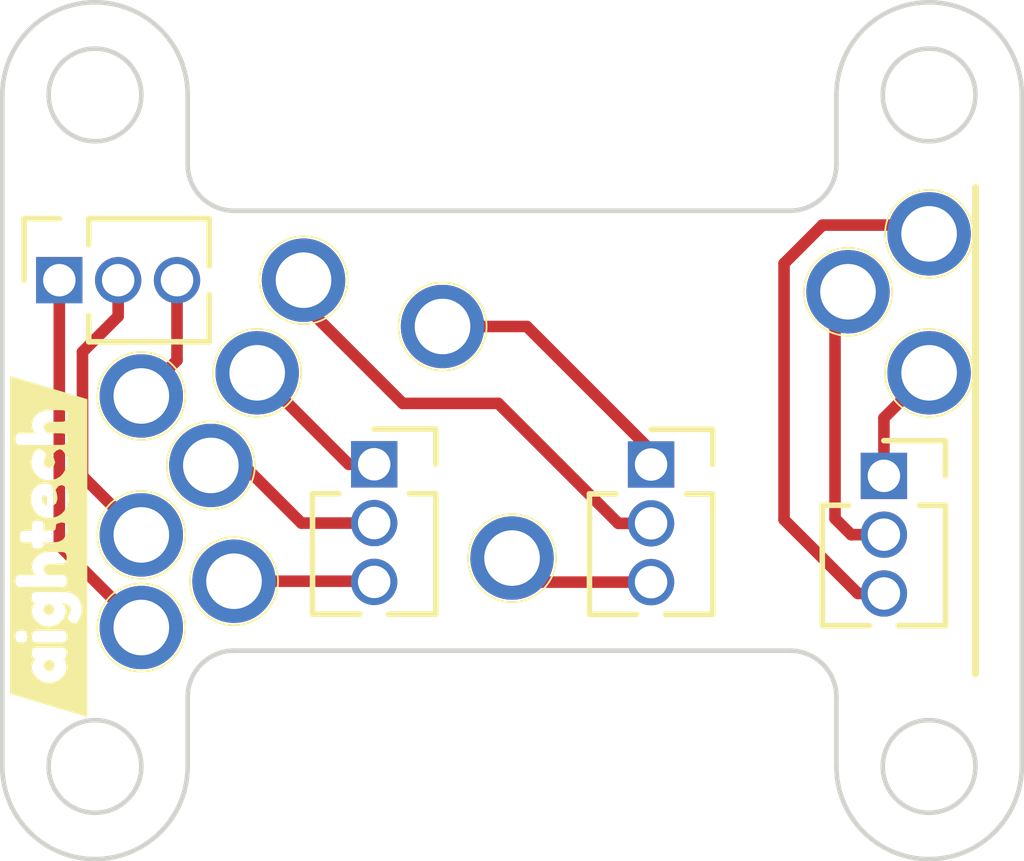
<source format=kicad_pcb>
(kicad_pcb (version 20211014) (generator pcbnew)
  (layers (0 "F.Cu" signal "Front") (1 "In1.Cu" signal) (2 "In2.Cu" signal) (31 "B.Cu" signal "Back") (34 "B.Paste" user) (35 "F.Paste" user) (36 "B.SilkS" user "B.Silkscreen") (37 "F.SilkS" user "F.Silkscreen") (38 "B.Mask" user) (39 "F.Mask" user) (44 "Edge.Cuts" user))
  (net 0 "")
  (net 1 "+3.3V")
  (net 2 "OUT3")
  (net 3 "OUT1")
  (net 4 "I2C_SCL")
  (net 5 "I2C_SDA")
  (net 6 "CS")
  (net 7 "AUX2")
  (net 8 "AUX1")
  (net 9 "+5VA")
  (net 10 "Net-(J1-Pad1)")
  (net 11 "Net-(J1-Pad2)")
  (net 12 "Net-(J1-Pad3)")
  (footprint "00_Custom:Pin_D1.2mm_pogo" (layer "F.Cu") (at 170 91.5)
    (fp_text reference "J43" hide)
    (fp_text value "Conn_01x01_Female" hide)
    (pad "1" thru_hole circle (at 0 0) (size 1.8 1.8) (drill 1.2) (layers *.Cu *.Mask) (net 9 "+5VA"))
  )
  (footprint "00_Custom:Pin_D1.2mm_pogo" (layer "F.Cu") (at 168.25 92.75)
    (fp_text reference "J42" hide)
    (fp_text value "Conn_01x01_Female" hide)
    (pad "1" thru_hole circle (at 0 0) (size 1.8 1.8) (drill 1.2) (layers *.Cu *.Mask) (net 8 "AUX1"))
  )
  (footprint "00_Custom:Pin_D1.2mm_pogo" (layer "F.Cu") (at 153 95)
    (fp_text reference "J13" hide)
    (fp_text value "Conn_01x01_Female" hide)
    (pad "1" thru_hole circle (at 0 0) (size 1.8 1.8) (drill 1.2) (layers *.Cu *.Mask) (net 12 "Net-(J1-Pad3)"))
  )
  (footprint "Connector_PinSocket_1.27mm:PinSocket_1x03_P1.27mm_Vertical" (layer "F.Cu") (at 151.23 92.5 90)
    (fp_text reference "J1" hide)
    (fp_text value "Conn_01x03_Male" hide)
    (fp_line (start 0.76 0.635) (end 1.33 0.635) (layer "F.SilkS") (width 0.12))
    (fp_line (start 0.30753 3.235) (end 1.33 3.235) (layer "F.SilkS") (width 0.12))
    (fp_line (start -1.33 0.635) (end -1.33 3.235) (layer "F.SilkS") (width 0.12))
    (fp_line (start 1.33 -0.76) (end 1.33 0) (layer "F.SilkS") (width 0.12))
    (fp_line (start -1.33 3.235) (end -0.30753 3.235) (layer "F.SilkS") (width 0.12))
    (fp_line (start 1.33 0.635) (end 1.33 3.235) (layer "F.SilkS") (width 0.12))
    (fp_line (start 0 -0.76) (end 1.33 -0.76) (layer "F.SilkS") (width 0.12))
    (fp_line (start -1.33 0.635) (end -0.76 0.635) (layer "F.SilkS") (width 0.12))
    (pad "1" thru_hole rect (at 0 0 90) (size 1 1) (drill 0.7) (layers *.Cu *.Mask) (net 10 "Net-(J1-Pad1)"))
    (pad "2" thru_hole oval (at 0 1.27 90) (size 1 1) (drill 0.7) (layers *.Cu *.Mask) (net 11 "Net-(J1-Pad2)"))
    (pad "3" thru_hole oval (at 0 2.54 90) (size 1 1) (drill 0.7) (layers *.Cu *.Mask) (net 12 "Net-(J1-Pad3)"))
  )
  (footprint "kibuzzard-63F61033" (layer "F.Cu") (at 151 98.25 90)
    (fp_text reference "kibuzzard-63F61033" hide)
    (fp_text value "G***" hide)
    (fp_poly (pts (xy -1.483042 0.003572) (xy -1.446609 0.087154) (xy -1.358027 0.124301) (xy -1.271587 0.086439) (xy -1.237297 0.003572) (xy -1.270159 -0.080724) (xy -1.358741 -0.120015) (xy -1.448752 -0.081439) (xy -1.483042 0.003572)) (layer "F.SilkS") (width 0) (fill solid))
    (fp_poly (pts (xy 1.060132 -0.03429) (xy 1.114425 -0.08001) (xy 1.089422 -0.132874) (xy 1.017984 -0.152876) (xy 0.92583 -0.115014) (xy 0.88011 -0.03429) (xy 1.060132 -0.03429)) (layer "F.SilkS") (width 0) (fill solid))
    (fp_poly (pts (xy -2.693194 0.014287) (xy -2.656046 0.099298) (xy -2.566035 0.13716) (xy -2.478167 0.098584) (xy -2.443162 0.013573) (xy -2.476738 -0.072866) (xy -2.566749 -0.112871) (xy -2.658189 -0.072866) (xy -2.693194 0.014287)) (layer "F.SilkS") (width 0) (fill solid))
    (fp_poly (pts (xy -2.943225 -0.833438) (xy -3.18135 -0.833438) (xy -3.681412 0.833438) (xy -3.18135 0.833438) (xy -2.943225 0.833438) (xy -2.296716 0.833438) (xy -2.296716 0.387191) (xy -2.401014 0.367903) (xy -2.431732 0.311467) (xy -2.502277 0.36826) (xy -2.608183 0.387191) (xy -2.68859 0.37465) (xy -2.765028 0.337026) (xy -2.837497 0.27432) (xy -2.896235 0.195024) (xy -2.931477 0.107632) (xy -2.943225 0.012144) (xy -2.931398 -0.083264) (xy -2.895917 -0.170418) (xy -2.836783 -0.249317) (xy -2.76352 -0.311626) (xy -2.685653 -0.349012) (xy -2.603182 -0.361474) (xy -2.5146 -0.344329) (xy -2.458879 -0.312182) (xy -2.433161 -0.282893) (xy -2.400657 -0.3429) (xy -2.32029 -0.362903) (xy -2.237422 -0.35433) (xy -2.199561 -0.324326) (xy -2.186702 -0.286464) (xy -2.184559 -0.237173) (xy -2.184559 0.26289) (xy -2.186702 0.312182) (xy -2.198846 0.350044) (xy -2.233315 0.377904) (xy -2.296716 0.387191) (xy -2.296716 0.833438) (xy -1.945957 0.833438) (xy -1.945957 0.390049) (xy -2.018467 0.380405) (xy -2.055971 0.351473) (xy -2.068116 0.314325) (xy -2.070259 0.264319) (xy -2.070259 -0.237173) (xy -2.068116 -0.286464) (xy -2.055971 -0.324326) (xy -2.018109 -0.352187) (xy -1.945243 -0.361384) (xy -1.945243 -0.464344) (xy -2.017395 -0.472916) (xy -2.055257 -0.50292) (xy -2.068116 -0.540782) (xy -2.070259 -0.590074) (xy -2.068116 -0.639366) (xy -2.055971 -0.675799) (xy -2.018109 -0.704731) (xy -1.944529 -0.714375) (xy -1.872377 -0.704731) (xy -1.835944 -0.675799) (xy -1.822371 -0.637937) (xy -1.820227 -0.588645) (xy -1.822371 -0.539353) (xy -1.835229 -0.502206) (xy -1.873091 -0.472916) (xy -1.945243 -0.464344) (xy -1.945243 -0.361384) (xy -1.944529 -0.361474) (xy -1.847374 -0.337185) (xy -1.821656 -0.275749) (xy -1.820227 -0.234315) (xy -1.820227 0.265747) (xy -1.822371 0.315039) (xy -1.835944 0.352901) (xy -1.872734 0.380762) (xy -1.945957 0.390049) (xy -1.945957 0.833438) (xy -1.355884 0.833438) (xy -1.355884 0.714375) (xy -1.461968 0.701159) (xy -1.563052 0.661511) (xy -1.63699 0.611148) (xy -1.661636 0.565785) (xy -1.618774 0.467201) (xy -1.576626 0.425768) (xy -1.541621 0.414338) (xy -1.500187 0.431483) (xy -1.42875 0.47113) (xy -1.351597 0.484346) (xy -1.263015 0.441484) (xy -1.228725 0.338614) (xy -1.228725 0.295751) (xy -1.299091 0.349329) (xy -1.401604 0.367189) (xy -1.478994 0.355044) (xy -1.553051 0.318611) (xy -1.623774 0.257889) (xy -1.681321 0.180975) (xy -1.715849 0.095964) (xy -1.727359 0.002857) (xy -1.71577 -0.090329) (xy -1.681004 -0.175578) (xy -1.62306 -0.252889) (xy -1.551305 -0.314008) (xy -1.475105 -0.350679) (xy -1.39446 -0.362903) (xy -1.305877 -0.345043) (xy -1.250871 -0.312182) (xy -1.227296 -0.284321) (xy -1.198007 -0.345043) (xy -1.117282 -0.36576) (xy -1.035844 -0.357188) (xy -0.999411 -0.327898) (xy -0.986552 -0.291465) (xy -0.984409 -0.242888) (xy -0.984409 0.348615) (xy -0.997109 0.451088) (xy -1.035209 0.539433) (xy -1.098709 0.613648) (xy -1.178084 0.669608) (xy -1.263809 0.703183) (xy -1.355884 0.714375) (xy -1.355884 0.833438) (xy -0.245745 0.833438) (xy -0.245745 0.390049) (xy -0.316468 0.380762) (xy -0.35433 0.352901) (xy -0.367903 0.314325) (xy -0.370046 0.26289) (xy -0.370046 0.012859) (xy -0.402907 -0.078581) (xy -0.486489 -0.111443) (xy -0.575786 -0.080724) (xy -0.620077 -0.01143) (xy -0.620077 0.265747) (xy -0.622221 0.315039) (xy -0.635794 0.352901) (xy -0.672584 0.380762) (xy -0.745807 0.390049) (xy -0.818317 0.380405) (xy -0.855821 0.351473) (xy -0.867966 0.314325) (xy -0.870109 0.264319) (xy -0.870109 -0.590074) (xy -0.867966 -0.639366) (xy -0.855821 -0.675799) (xy -0.817959 -0.704731) (xy -0.744379 -0.714375) (xy -0.672227 -0.704731) (xy -0.635794 -0.675799) (xy -0.622221 -0.637937) (xy -0.620077 -0.588645) (xy -0.620077 -0.272891) (xy -0.542568 -0.338257) (xy -0.452914 -0.360045) (xy -0.362982 -0.34798) (xy -0.283686 -0.311785) (xy -0.215027 -0.25146) (xy -0.162242 -0.173673) (xy -0.130572 -0.08509) (xy -0.120015 0.014287) (xy -0.120015 0.265747) (xy -0.122158 0.315039) (xy -0.135731 0.352901) (xy -0.172522 0.380762) (xy -0.245745 0.390049) (xy -0.245745 0.833438) (xy 0.392906 0.833438) (xy 0.392906 0.390049) (xy 0.301784 0.382587) (xy 0.226536 0.360204) (xy 0.167164 0.322897) (xy 0.124301 0.267811) (xy 0.098584 0.192088) (xy 0.090011 0.095726) (xy 0.090011 -0.115729) (xy 0.031433 -0.111443) (xy -0.020717 -0.135731) (xy -0.041434 -0.218599) (xy -0.03429 -0.303609) (xy -0.014287 -0.341471) (xy 0.042863 -0.360045) (xy 0.090011 -0.35433) (xy 0.090011 -0.501491) (xy 0.092154 -0.550069) (xy 0.105728 -0.584359) (xy 0.142518 -0.611148) (xy 0.215741 -0.620078) (xy 0.293251 -0.606862) (xy 0.33147 -0.567214) (xy 0.338614 -0.494348) (xy 0.338614 -0.35433) (xy 0.433626 -0.360045) (xy 0.482203 -0.357902) (xy 0.520065 -0.344329) (xy 0.547926 -0.307538) (xy 0.557213 -0.234315) (xy 0.547568 -0.161806) (xy 0.518636 -0.124301) (xy 0.480774 -0.112157) (xy 0.431483 -0.110014) (xy 0.338614 -0.115729) (xy 0.338614 0.081439) (xy 0.350758 0.13716) (xy 0.396478 0.154305) (xy 0.447913 0.156448) (xy 0.485775 0.170021) (xy 0.518636 0.265747) (xy 0.508635 0.338257) (xy 0.478631 0.375761) (xy 0.440769 0.387906) (xy 0.392906 0.390049) (xy 0.392906 0.833438) (xy 1.020127 0.833438) (xy 1.020127 0.408623) (xy 0.920294 0.399514) (xy 0.832247 0.372189) (xy 0.759202 0.329863) (xy 0.704374 0.275749) (xy 0.654368 0.19558) (xy 0.624364 0.109379) (xy 0.614363 0.017145) (xy 0.627301 -0.094853) (xy 0.666115 -0.190818) (xy 0.730806 -0.270748) (xy 0.814864 -0.330676) (xy 0.911781 -0.366633) (xy 1.021556 -0.378619) (xy 1.114246 -0.369868) (xy 1.193721 -0.343614) (xy 1.259979 -0.299859) (xy 1.313021 -0.238601) (xy 1.349454 -0.160913) (xy 1.361599 -0.076438) (xy 1.350705 0) (xy 1.318022 0.053578) (xy 1.221581 0.095726) (xy 0.882967 0.095726) (xy 0.930116 0.162878) (xy 1.024414 0.190024) (xy 1.098352 0.185738) (xy 1.15443 0.172879) (xy 1.170146 0.167164) (xy 1.227296 0.151448) (xy 1.305878 0.215741) (xy 1.324451 0.281464) (xy 1.305431 0.337096) (xy 1.24837 0.376833) (xy 1.153269 0.400675) (xy 1.020127 0.408623) (xy 1.020127 0.833438) (xy 1.821656 0.833438) (xy 1.821656 0.397193) (xy 1.734185 0.386556) (xy 1.648936 0.354648) (xy 1.56591 0.301466) (xy 1.512689 0.248067) (xy 1.470184 0.179308) (xy 1.442323 0.098941) (xy 1.433036 0.010716) (xy 1.442323 -0.077152) (xy 1.470184 -0.156448) (xy 1.512689 -0.224135) (xy 1.56591 -0.277178) (xy 1.646714 -0.329565) (xy 1.73101 -0.360998) (xy 1.818799 -0.371475) (xy 1.924526 -0.356473) (xy 2.00025 -0.327184) (xy 2.02311 -0.312896) (xy 2.063115 -0.28575) (xy 2.100263 -0.220742) (xy 2.070259 -0.138589) (xy 2.019895 -0.079653) (xy 1.971675 -0.060008) (xy 1.894523 -0.09144) (xy 1.820942 -0.115729) (xy 1.731645 -0.081439) (xy 1.690211 0.013573) (xy 1.730216 0.107871) (xy 1.815227 0.141446) (xy 1.899523 0.115014) (xy 1.963103 0.088582) (xy 2.010608 0.107513) (xy 2.067401 0.164306) (xy 2.100263 0.238601) (xy 2.080617 0.291108) (xy 2.021681 0.340042) (xy 1.930956 0.382905) (xy 1.821656 0.397193) (xy 1.821656 0.833438) (xy 2.817495 0.833438) (xy 2.817495 0.390049) (xy 2.746772 0.380762) (xy 2.70891 0.352901) (xy 2.695337 0.314325) (xy 2.693194 0.26289) (xy 2.693194 0.012859) (xy 2.660332 -0.078581) (xy 2.576751 -0.111443) (xy 2.487454 -0.080724) (xy 2.443162 -0.01143) (xy 2.443162 0.265747) (xy 2.441019 0.315039) (xy 2.427446 0.352901) (xy 2.390656 0.380762) (xy 2.317433 0.390049) (xy 2.244923 0.380405) (xy 2.207419 0.351473) (xy 2.195274 0.314325) (xy 2.193131 0.264319) (xy 2.193131 -0.590074) (xy 2.195274 -0.639366) (xy 2.207419 -0.675799) (xy 2.245281 -0.704731) (xy 2.318861 -0.714375) (xy 2.391013 -0.704731) (xy 2.427446 -0.675799) (xy 2.441019 -0.637937) (xy 2.443162 -0.588645) (xy 2.443162 -0.272891) (xy 2.520672 -0.338257) (xy 2.610326 -0.360045) (xy 2.700258 -0.34798) (xy 2.779554 -0.311785) (xy 2.848213 -0.25146) (xy 2.900998 -0.173673) (xy 2.932668 -0.08509) (xy 2.943225 0.014287) (xy 2.943225 0.265747) (xy 2.941082 0.315039) (xy 2.927509 0.352901) (xy 2.890718 0.380762) (xy 2.817495 0.390049) (xy 2.817495 0.833438) (xy 2.943225 0.833438) (xy 3.18135 0.833438) (xy 3.681413 -0.833438) (xy 3.18135 -0.833438) (xy 2.943225 -0.833438) (xy -2.943225 -0.833438)) (layer "F.SilkS") (width 0) (fill solid))
  )
  (footprint "00_Custom:Pin_D1.2mm_pogo" (layer "F.Cu") (at 156.5 92.5)
    (fp_text reference "J32" hide)
    (fp_text value "Conn_01x01_Female" hide)
    (pad "1" thru_hole circle (at 0 0) (size 1.8 1.8) (drill 1.2) (layers *.Cu *.Mask) (net 5 "I2C_SDA"))
  )
  (footprint "00_Custom:Pin_D1.2mm_pogo" (layer "F.Cu") (at 161 98.5)
    (fp_text reference "J33" hide)
    (fp_text value "Conn_01x01_Female" hide)
    (pad "1" thru_hole circle (at 0 0) (size 1.8 1.8) (drill 1.2) (layers *.Cu *.Mask) (net 6 "CS"))
  )
  (footprint "00_Custom:Pin_D1.2mm_pogo" (layer "F.Cu") (at 155.5 94.5)
    (fp_text reference "J21" hide)
    (fp_text value "Conn_01x01_Female" hide)
    (pad "1" thru_hole circle (at 0 0) (size 1.8 1.8) (drill 1.2) (layers *.Cu *.Mask) (net 1 "+3.3V"))
  )
  (footprint "00_Custom:Pin_D1.2mm_pogo" (layer "F.Cu") (at 159.5 93.5)
    (fp_text reference "J31" hide)
    (fp_text value "Conn_01x01_Female" hide)
    (pad "1" thru_hole circle (at 0 0) (size 1.8 1.8) (drill 1.2) (layers *.Cu *.Mask) (net 4 "I2C_SCL"))
  )
  (footprint "00_Custom:Pin_D1.2mm_pogo" (layer "F.Cu") (at 155 99)
    (fp_text reference "J23" hide)
    (fp_text value "Conn_01x01_Female" hide)
    (pad "1" thru_hole circle (at 0 0) (size 1.8 1.8) (drill 1.2) (layers *.Cu *.Mask) (net 3 "OUT1"))
  )
  (footprint "00_Custom:Pin_D1.2mm_pogo" (layer "F.Cu") (at 154.5 96.5)
    (fp_text reference "J22" hide)
    (fp_text value "Conn_01x01_Female" hide)
    (pad "1" thru_hole circle (at 0 0) (size 1.8 1.8) (drill 1.2) (layers *.Cu *.Mask) (net 2 "OUT3"))
  )
  (footprint "00_Custom:Pin_D1.2mm_pogo" (layer "F.Cu") (at 153 100)
    (fp_text reference "J11" hide)
    (fp_text value "Conn_01x01_Female" hide)
    (pad "1" thru_hole circle (at 0 0) (size 1.8 1.8) (drill 1.2) (layers *.Cu *.Mask) (net 10 "Net-(J1-Pad1)"))
  )
  (footprint "Connector_PinSocket_1.27mm:PinSocket_1x03_P1.27mm_Vertical" (layer "F.Cu") (at 169.025 96.725)
    (fp_text reference "J4" hide)
    (fp_text value "Conn_01x03_Male" hide)
    (fp_line (start 0.76 0.635) (end 1.33 0.635) (layer "F.SilkS") (width 0.12))
    (fp_line (start 1.33 -0.76) (end 1.33 0) (layer "F.SilkS") (width 0.12))
    (fp_line (start -1.33 0.635) (end -0.76 0.635) (layer "F.SilkS") (width 0.12))
    (fp_line (start -1.33 0.635) (end -1.33 3.235) (layer "F.SilkS") (width 0.12))
    (fp_line (start 1.33 0.635) (end 1.33 3.235) (layer "F.SilkS") (width 0.12))
    (fp_line (start 0 -0.76) (end 1.33 -0.76) (layer "F.SilkS") (width 0.12))
    (fp_line (start -1.33 3.235) (end -0.30753 3.235) (layer "F.SilkS") (width 0.12))
    (fp_line (start 0.30753 3.235) (end 1.33 3.235) (layer "F.SilkS") (width 0.12))
    (pad "1" thru_hole rect (at 0 0) (size 1 1) (drill 0.7) (layers *.Cu *.Mask) (net 7 "AUX2"))
    (pad "2" thru_hole oval (at 0 1.27) (size 1 1) (drill 0.7) (layers *.Cu *.Mask) (net 8 "AUX1"))
    (pad "3" thru_hole oval (at 0 2.54) (size 1 1) (drill 0.7) (layers *.Cu *.Mask) (net 9 "+5VA"))
  )
  (footprint "00_Custom:Pin_D1.2mm_pogo" (layer "F.Cu") (at 170 94.5)
    (fp_text reference "J41" hide)
    (fp_text value "Conn_01x01_Female" hide)
    (pad "1" thru_hole circle (at 0 0) (size 1.8 1.8) (drill 1.2) (layers *.Cu *.Mask) (net 7 "AUX2"))
  )
  (footprint "Connector_PinSocket_1.27mm:PinSocket_1x03_P1.27mm_Vertical" (layer "F.Cu") (at 158.025 96.475)
    (fp_text reference "J2" hide)
    (fp_text value "Conn_01x03_Male" hide)
    (fp_line (start -1.33 0.635) (end -1.33 3.235) (layer "F.SilkS") (width 0.12))
    (fp_line (start 1.33 -0.76) (end 1.33 0) (layer "F.SilkS") (width 0.12))
    (fp_line (start 0 -0.76) (end 1.33 -0.76) (layer "F.SilkS") (width 0.12))
    (fp_line (start -1.33 3.235) (end -0.30753 3.235) (layer "F.SilkS") (width 0.12))
    (fp_line (start 0.76 0.635) (end 1.33 0.635) (layer "F.SilkS") (width 0.12))
    (fp_line (start 1.33 0.635) (end 1.33 3.235) (layer "F.SilkS") (width 0.12))
    (fp_line (start -1.33 0.635) (end -0.76 0.635) (layer "F.SilkS") (width 0.12))
    (fp_line (start 0.30753 3.235) (end 1.33 3.235) (layer "F.SilkS") (width 0.12))
    (pad "1" thru_hole rect (at 0 0) (size 1 1) (drill 0.7) (layers *.Cu *.Mask) (net 1 "+3.3V"))
    (pad "2" thru_hole oval (at 0 1.27) (size 1 1) (drill 0.7) (layers *.Cu *.Mask) (net 2 "OUT3"))
    (pad "3" thru_hole oval (at 0 2.54) (size 1 1) (drill 0.7) (layers *.Cu *.Mask) (net 3 "OUT1"))
  )
  (footprint "00_Custom:Pin_D1.2mm_pogo" (layer "F.Cu") (at 153 98)
    (fp_text reference "J12" hide)
    (fp_text value "Conn_01x01_Female" hide)
    (pad "1" thru_hole circle (at 0 0) (size 1.8 1.8) (drill 1.2) (layers *.Cu *.Mask) (net 11 "Net-(J1-Pad2)"))
  )
  (footprint "Connector_PinSocket_1.27mm:PinSocket_1x03_P1.27mm_Vertical" (layer "F.Cu") (at 164 96.48)
    (fp_text reference "J3" hide)
    (fp_text value "Conn_01x03_Male" hide)
    (fp_line (start -1.33 0.635) (end -0.76 0.635) (layer "F.SilkS") (width 0.12))
    (fp_line (start 0.76 0.635) (end 1.33 0.635) (layer "F.SilkS") (width 0.12))
    (fp_line (start 0 -0.76) (end 1.33 -0.76) (layer "F.SilkS") (width 0.12))
    (fp_line (start -1.33 3.235) (end -0.30753 3.235) (layer "F.SilkS") (width 0.12))
    (fp_line (start 1.33 -0.76) (end 1.33 0) (layer "F.SilkS") (width 0.12))
    (fp_line (start -1.33 0.635) (end -1.33 3.235) (layer "F.SilkS") (width 0.12))
    (fp_line (start 1.33 0.635) (end 1.33 3.235) (layer "F.SilkS") (width 0.12))
    (fp_line (start 0.30753 3.235) (end 1.33 3.235) (layer "F.SilkS") (width 0.12))
    (pad "1" thru_hole rect (at 0 0) (size 1 1) (drill 0.7) (layers *.Cu *.Mask) (net 4 "I2C_SCL"))
    (pad "2" thru_hole oval (at 0 1.27) (size 1 1) (drill 0.7) (layers *.Cu *.Mask) (net 5 "I2C_SDA"))
    (pad "3" thru_hole oval (at 0 2.54) (size 1 1) (drill 0.7) (layers *.Cu *.Mask) (net 6 "CS"))
  )
  (gr_circle (center 155.5 94.5) (end 156.45 94.5) (layer "F.SilkS") (width 0.0381) (fill none))
  (gr_line (start 170.999999 90.5) (end 171 101.000001) (layer "F.SilkS") (width 0.15))
  (gr_line (start 170.999999 90.5) (end 171 101.000001) (layer "F.SilkS") (width 0.15))
  (gr_circle (center 161 98.5) (end 161.95 98.5) (layer "F.SilkS") (width 0.0381) (fill none))
  (gr_circle (center 159.5 93.5) (end 160.45 93.5) (layer "F.SilkS") (width 0.0381) (fill none))
  (gr_circle (center 170 94.5) (end 170.95 94.5) (layer "F.SilkS") (width 0.0381) (fill none))
  (gr_circle (center 168.25 92.75) (end 169.2 92.75) (layer "F.SilkS") (width 0.0381) (fill none))
  (gr_circle (center 153 100) (end 153.95 100) (layer "F.SilkS") (width 0.0381) (fill none))
  (gr_circle (center 153.000001 95) (end 153.950001 95) (layer "F.SilkS") (width 0.0381) (fill none))
  (gr_circle (center 170 91.5) (end 170.95 91.5) (layer "F.SilkS") (width 0.0381) (fill none))
  (gr_circle (center 156.5 92.5) (end 157.45 92.5) (layer "F.SilkS") (width 0.0381) (fill none))
  (gr_circle (center 153 98) (end 153.95 98) (layer "F.SilkS") (width 0.0381) (fill none))
  (gr_circle (center 155 99) (end 155.95 99) (layer "F.SilkS") (width 0.0381) (fill none))
  (gr_circle (center 154.5 96.499999) (end 155.45 96.499999) (layer "F.SilkS") (width 0.0381) (fill none))
  (gr_circle (center 151.999999 103.000001) (end 152.999999 103.000001) (layer "Edge.Cuts") (width 0.1) (fill none))
  (gr_arc (start 154 103) (mid 153.414213 104.414213) (end 152 105) (layer "Edge.Cuts") (width 0.1))
  (gr_arc (start 152 105) (mid 150.585786 104.414214) (end 150 103) (layer "Edge.Cuts") (width 0.1))
  (gr_arc (start 167.999999 88.499999) (mid 168.585786 87.085786) (end 169.999999 86.499999) (layer "Edge.Cuts") (width 0.1))
  (gr_arc (start 172 103) (mid 171.414214 104.414214) (end 170 105) (layer "Edge.Cuts") (width 0.1))
  (gr_line (start 155 91) (end 167 91) (layer "Edge.Cuts") (width 0.1))
  (gr_circle (center 170.000002 88.499996) (end 171.000002 88.499996) (layer "Edge.Cuts") (width 0.1) (fill none))
  (gr_line (start 168 103) (end 168 101.5) (layer "Edge.Cuts") (width 0.1))
  (gr_circle (center 170.000001 103.000001) (end 171.000001 103.000001) (layer "Edge.Cuts") (width 0.1) (fill none))
  (gr_arc (start 152 86.5) (mid 153.414213 87.085787) (end 154 88.5) (layer "Edge.Cuts") (width 0.1))
  (gr_arc (start 169.999999 86.499999) (mid 171.414213 87.085785) (end 171.999999 88.499999) (layer "Edge.Cuts") (width 0.1))
  (gr_arc (start 149.999999 88.499999) (mid 150.585786 87.085786) (end 151.999999 86.499999) (layer "Edge.Cuts") (width 0.1))
  (gr_arc (start 168 90) (mid 167.707107 90.707107) (end 167 91) (layer "Edge.Cuts") (width 0.1))
  (gr_line (start 154 101.5) (end 154.000001 103.000001) (layer "Edge.Cuts") (width 0.1))
  (gr_arc (start 167 100.5) (mid 167.707107 100.792893) (end 168 101.5) (layer "Edge.Cuts") (width 0.1))
  (gr_arc (start 154 101.5) (mid 154.292893 100.792893) (end 155 100.5) (layer "Edge.Cuts") (width 0.1))
  (gr_arc (start 170 105) (mid 168.585787 104.414213) (end 168 103) (layer "Edge.Cuts") (width 0.1))
  (gr_circle (center 151.999999 88.499999) (end 152.999999 88.499999) (layer "Edge.Cuts") (width 0.1) (fill none))
  (gr_arc (start 155 91) (mid 154.292893 90.707107) (end 154 90) (layer "Edge.Cuts") (width 0.1))
  (gr_line (start 167 100.5) (end 155 100.5) (layer "Edge.Cuts") (width 0.1))
  (gr_line (start 168 90) (end 167.999999 88.499999) (layer "Edge.Cuts") (width 0.1))
  (gr_line (start 149.999999 88.499999) (end 150 103) (layer "Edge.Cuts") (width 0.1))
  (gr_line (start 171.999999 88.499999) (end 172 103) (layer "Edge.Cuts") (width 0.1))
  (gr_line (start 154 88.5) (end 154 90) (layer "Edge.Cuts") (width 0.1))
  (segment (start 157.475 96.475) (end 155.5 94.5) (width 0.25) (layer "F.Cu") (net 1))
  (segment (start 158.025 96.475) (end 157.475 96.475) (width 0.25) (layer "F.Cu") (net 1))
  (segment (start 155.21 96.5) (end 154.5 96.5) (width 0.25) (layer "F.Cu") (net 2))
  (segment (start 156.455 97.745) (end 155.21 96.5) (width 0.25) (layer "F.Cu") (net 2))
  (segment (start 158.025 97.745) (end 156.455 97.745) (width 0.25) (layer "F.Cu") (net 2))
  (segment (start 158.01 99) (end 158.025 99.015) (width 0.25) (layer "F.Cu") (net 3))
  (segment (start 155 99) (end 158.01 99) (width 0.25) (layer "F.Cu") (net 3))
  (segment (start 161.32 93.5) (end 164 96.18) (width 0.25) (layer "F.Cu") (net 4))
  (segment (start 159.5 93.5) (end 161.32 93.5) (width 0.25) (layer "F.Cu") (net 4))
  (segment (start 164 96.18) (end 164 96.48) (width 0.25) (layer "F.Cu") (net 4))
  (segment (start 160.702894 95.16) (end 158.64 95.16) (width 0.25) (layer "F.Cu") (net 5))
  (segment (start 156.5 93.02) (end 156.5 92.5) (width 0.25) (layer "F.Cu") (net 5))
  (segment (start 163.292894 97.75) (end 160.702894 95.16) (width 0.25) (layer "F.Cu") (net 5))
  (segment (start 164 97.75) (end 163.292894 97.75) (width 0.25) (layer "F.Cu") (net 5))
  (segment (start 158.64 95.16) (end 156.5 93.02) (width 0.25) (layer "F.Cu") (net 5))
  (segment (start 161 98.5) (end 161.52 99.02) (width 0.25) (layer "F.Cu") (net 6))
  (segment (start 161.52 99.02) (end 164 99.02) (width 0.25) (layer "F.Cu") (net 6))
  (segment (start 169.025 96.725) (end 169.025 95.475) (width 0.25) (layer "F.Cu") (net 7))
  (segment (start 169.025 95.475) (end 170 94.5) (width 0.25) (layer "F.Cu") (net 7))
  (segment (start 168.317894 97.995) (end 169.025 97.995) (width 0.25) (layer "F.Cu") (net 8))
  (segment (start 168.25 92.7) (end 167.97 92.98) (width 0.25) (layer "F.Cu") (net 8))
  (segment (start 167.97 92.98) (end 167.97 97.647106) (width 0.25) (layer "F.Cu") (net 8))
  (segment (start 167.97 97.647106) (end 168.317894 97.995) (width 0.25) (layer "F.Cu") (net 8))
  (segment (start 168.465 99.265) (end 169.025 99.265) (width 0.25) (layer "F.Cu") (net 9))
  (segment (start 167.7 91.31) (end 166.87 92.14) (width 0.25) (layer "F.Cu") (net 9))
  (segment (start 166.87 92.14) (end 166.87 97.67) (width 0.25) (layer "F.Cu") (net 9))
  (segment (start 169.81 91.31) (end 167.7 91.31) (width 0.25) (layer "F.Cu") (net 9))
  (segment (start 170 91.5) (end 169.81 91.31) (width 0.25) (layer "F.Cu") (net 9))
  (segment (start 166.87 97.67) (end 168.465 99.265) (width 0.25) (layer "F.Cu") (net 9))
  (segment (start 151.23 92.5) (end 151.23 98.23) (width 0.25) (layer "F.Cu") (net 10))
  (segment (start 151.23 98.23) (end 153 100) (width 0.25) (layer "F.Cu") (net 10))
  (segment (start 152.5 93.28) (end 151.73 94.05) (width 0.25) (layer "F.Cu") (net 11))
  (segment (start 151.73 94.05) (end 151.73 96.73) (width 0.25) (layer "F.Cu") (net 11))
  (segment (start 151.73 96.73) (end 153 98) (width 0.25) (layer "F.Cu") (net 11))
  (segment (start 152.5 92.5) (end 152.5 93.28) (width 0.25) (layer "F.Cu") (net 11))
  (segment (start 153.77 94.23) (end 153.77 92.5) (width 0.25) (layer "F.Cu") (net 12))
  (segment (start 153 95) (end 153.77 94.23) (width 0.25) (layer "F.Cu") (net 12))
)
</source>
